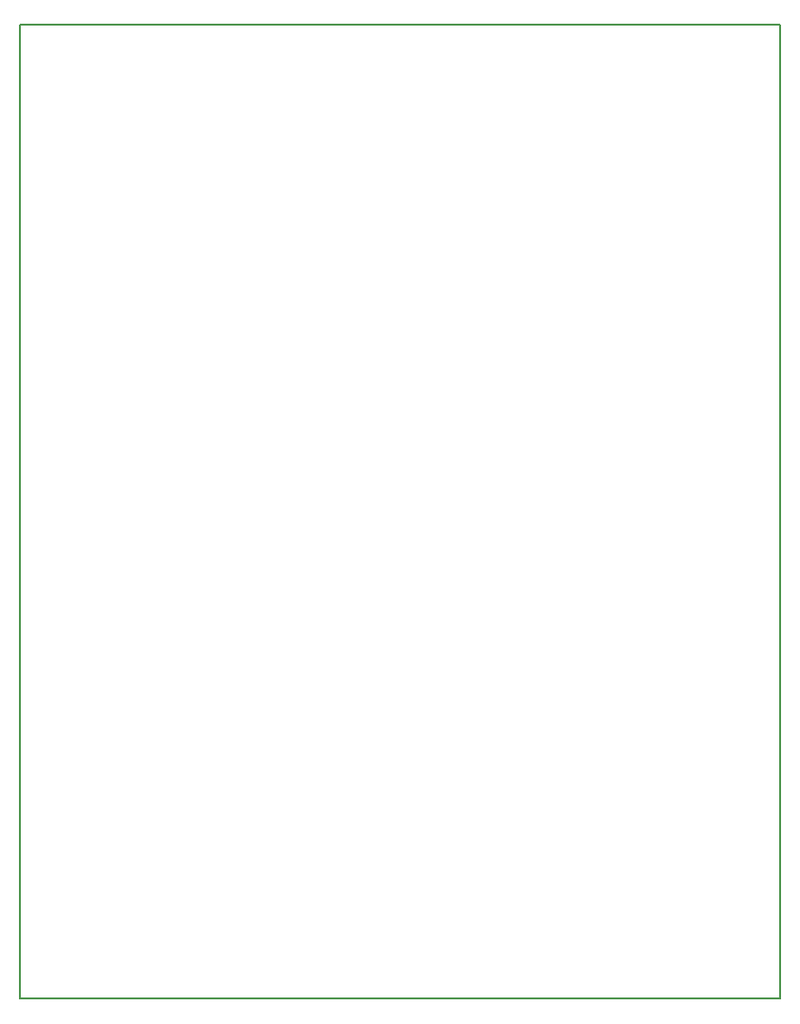
<source format=gbr>
G04 DipTrace 3.0.0.1*
G04 Board Outline.gbr*
%MOMM*%
G04 #@! TF.FileFunction,Profile*
G04 #@! TF.Part,Single*
%ADD11C,0.14*%
%FSLAX35Y35*%
G04*
G71*
G90*
G75*
G01*
G04 BoardOutline*
%LPD*%
X238123Y-222250D2*
D11*
X7032623D1*
Y-8921750D1*
X238123D1*
Y-222250D1*
M02*

</source>
